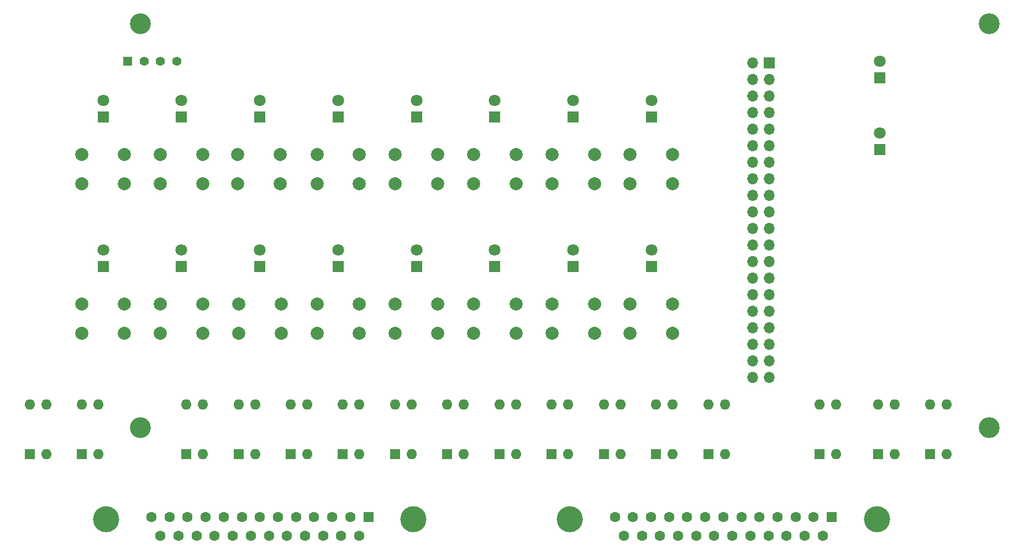
<source format=gbr>
G04 #@! TF.GenerationSoftware,KiCad,Pcbnew,(6.0.7)*
G04 #@! TF.CreationDate,2022-11-25T21:32:16+05:30*
G04 #@! TF.ProjectId,GPI-Tally-Interface-Board,4750492d-5461-46c6-9c79-2d496e746572,rev?*
G04 #@! TF.SameCoordinates,Original*
G04 #@! TF.FileFunction,Soldermask,Bot*
G04 #@! TF.FilePolarity,Negative*
%FSLAX46Y46*%
G04 Gerber Fmt 4.6, Leading zero omitted, Abs format (unit mm)*
G04 Created by KiCad (PCBNEW (6.0.7)) date 2022-11-25 21:32:16*
%MOMM*%
%LPD*%
G01*
G04 APERTURE LIST*
%ADD10C,2.000000*%
%ADD11R,1.600000X1.600000*%
%ADD12O,1.600000X1.600000*%
%ADD13C,4.000000*%
%ADD14C,1.600000*%
%ADD15R,1.800000X1.800000*%
%ADD16C,1.800000*%
%ADD17C,3.200000*%
%ADD18R,1.700000X1.700000*%
%ADD19O,1.700000X1.700000*%
%ADD20R,1.408000X1.408000*%
%ADD21C,1.408000*%
G04 APERTURE END LIST*
D10*
X133750000Y-98750000D03*
X140250000Y-98750000D03*
X133750000Y-103250000D03*
X140250000Y-103250000D03*
D11*
X203725000Y-121800000D03*
D12*
X206265000Y-121800000D03*
X206265000Y-114180000D03*
X203725000Y-114180000D03*
D11*
X73725000Y-121800000D03*
D12*
X76265000Y-121800000D03*
X76265000Y-114180000D03*
X73725000Y-114180000D03*
D11*
X65725000Y-121800000D03*
D12*
X68265000Y-121800000D03*
X68265000Y-114180000D03*
X65725000Y-114180000D03*
D13*
X124555000Y-131719669D03*
X77455000Y-131719669D03*
D11*
X117625000Y-131419669D03*
D14*
X114855000Y-131419669D03*
X112085000Y-131419669D03*
X109315000Y-131419669D03*
X106545000Y-131419669D03*
X103775000Y-131419669D03*
X101005000Y-131419669D03*
X98235000Y-131419669D03*
X95465000Y-131419669D03*
X92695000Y-131419669D03*
X89925000Y-131419669D03*
X87155000Y-131419669D03*
X84385000Y-131419669D03*
X116240000Y-134259669D03*
X113470000Y-134259669D03*
X110700000Y-134259669D03*
X107930000Y-134259669D03*
X105160000Y-134259669D03*
X102390000Y-134259669D03*
X99620000Y-134259669D03*
X96850000Y-134259669D03*
X94080000Y-134259669D03*
X91310000Y-134259669D03*
X88540000Y-134259669D03*
X85770000Y-134259669D03*
D11*
X137725000Y-121800000D03*
D12*
X140265000Y-121800000D03*
X140265000Y-114180000D03*
X137725000Y-114180000D03*
D10*
X121750000Y-98750000D03*
X128250000Y-98750000D03*
X128250000Y-103250000D03*
X121750000Y-103250000D03*
D15*
X161000000Y-93000000D03*
D16*
X161000000Y-90460000D03*
D10*
X157750000Y-98750000D03*
X164250000Y-98750000D03*
X164250000Y-103250000D03*
X157750000Y-103250000D03*
D15*
X101000000Y-70000000D03*
D16*
X101000000Y-67460000D03*
D11*
X89725000Y-121800000D03*
D12*
X92265000Y-121800000D03*
X92265000Y-114180000D03*
X89725000Y-114180000D03*
D15*
X113000000Y-93000000D03*
D16*
X113000000Y-90460000D03*
D10*
X116250000Y-98750000D03*
X109750000Y-98750000D03*
X109750000Y-103250000D03*
X116250000Y-103250000D03*
D15*
X196000000Y-75000000D03*
D16*
X196000000Y-72460000D03*
D15*
X113000000Y-70000000D03*
D16*
X113000000Y-67460000D03*
D10*
X145750000Y-98750000D03*
X152250000Y-98750000D03*
X145750000Y-103250000D03*
X152250000Y-103250000D03*
D17*
X82725000Y-55700000D03*
D15*
X125000000Y-93000000D03*
D16*
X125000000Y-90460000D03*
D10*
X97610000Y-75750000D03*
X104110000Y-75750000D03*
X104110000Y-80250000D03*
X97610000Y-80250000D03*
D11*
X153725000Y-121800000D03*
D12*
X156265000Y-121800000D03*
X156265000Y-114180000D03*
X153725000Y-114180000D03*
D11*
X121725000Y-121800000D03*
D12*
X124265000Y-121800000D03*
X124265000Y-114180000D03*
X121725000Y-114180000D03*
D10*
X92250000Y-98750000D03*
X85750000Y-98750000D03*
X92250000Y-103250000D03*
X85750000Y-103250000D03*
D15*
X89000000Y-93000000D03*
D16*
X89000000Y-90460000D03*
D15*
X137000000Y-93000000D03*
D16*
X137000000Y-90460000D03*
D17*
X212725000Y-117700000D03*
D11*
X105725000Y-121800000D03*
D12*
X108265000Y-121800000D03*
X108265000Y-114180000D03*
X105725000Y-114180000D03*
D10*
X109750000Y-75750000D03*
X116250000Y-75750000D03*
X116250000Y-80250000D03*
X109750000Y-80250000D03*
D15*
X196000000Y-64000000D03*
D16*
X196000000Y-61460000D03*
D17*
X82725000Y-117700000D03*
D11*
X186725000Y-121800000D03*
D12*
X189265000Y-121800000D03*
X189265000Y-114180000D03*
X186725000Y-114180000D03*
D15*
X77000000Y-70000000D03*
D16*
X77000000Y-67460000D03*
D17*
X212725000Y-55700000D03*
D10*
X140250000Y-75750000D03*
X133750000Y-75750000D03*
X133750000Y-80250000D03*
X140250000Y-80250000D03*
X157750000Y-75750000D03*
X164250000Y-75750000D03*
X157750000Y-80250000D03*
X164250000Y-80250000D03*
X85750000Y-75750000D03*
X92250000Y-75750000D03*
X92250000Y-80250000D03*
X85750000Y-80250000D03*
D11*
X169725000Y-121800000D03*
D12*
X172265000Y-121800000D03*
X172265000Y-114180000D03*
X169725000Y-114180000D03*
D15*
X137000000Y-70000000D03*
D16*
X137000000Y-67460000D03*
D10*
X152250000Y-75750000D03*
X145750000Y-75750000D03*
X152250000Y-80250000D03*
X145750000Y-80250000D03*
X73750000Y-75750000D03*
X80250000Y-75750000D03*
X73750000Y-80250000D03*
X80250000Y-80250000D03*
D11*
X161725000Y-121800000D03*
D12*
X164265000Y-121800000D03*
X164265000Y-114180000D03*
X161725000Y-114180000D03*
D15*
X77000000Y-93000000D03*
D16*
X77000000Y-90460000D03*
D15*
X89000000Y-70000000D03*
D16*
X89000000Y-67460000D03*
D10*
X104250000Y-98750000D03*
X97750000Y-98750000D03*
X104250000Y-103250000D03*
X97750000Y-103250000D03*
X80250000Y-98750000D03*
X73750000Y-98750000D03*
X73750000Y-103250000D03*
X80250000Y-103250000D03*
D11*
X113725000Y-121800000D03*
D12*
X116265000Y-121800000D03*
X116265000Y-114180000D03*
X113725000Y-114180000D03*
D11*
X129725000Y-121800000D03*
D12*
X132265000Y-121800000D03*
X132265000Y-114180000D03*
X129725000Y-114180000D03*
D15*
X161000000Y-70000000D03*
D16*
X161000000Y-67460000D03*
D15*
X149000000Y-93000000D03*
D16*
X149000000Y-90460000D03*
D15*
X101000000Y-93000000D03*
D16*
X101000000Y-90460000D03*
D11*
X195725000Y-121800000D03*
D12*
X198265000Y-121800000D03*
X198265000Y-114180000D03*
X195725000Y-114180000D03*
D10*
X128250000Y-75750000D03*
X121750000Y-75750000D03*
X121750000Y-80250000D03*
X128250000Y-80250000D03*
D11*
X97725000Y-121800000D03*
D12*
X100265000Y-121800000D03*
X100265000Y-114180000D03*
X97725000Y-114180000D03*
D11*
X145725000Y-121800000D03*
D12*
X148265000Y-121800000D03*
X148265000Y-114180000D03*
X145725000Y-114180000D03*
D15*
X125000000Y-70000000D03*
D16*
X125000000Y-67460000D03*
D15*
X149000000Y-70000000D03*
D16*
X149000000Y-67460000D03*
D13*
X148455000Y-131719669D03*
X195555000Y-131719669D03*
D11*
X188625000Y-131419669D03*
D14*
X185855000Y-131419669D03*
X183085000Y-131419669D03*
X180315000Y-131419669D03*
X177545000Y-131419669D03*
X174775000Y-131419669D03*
X172005000Y-131419669D03*
X169235000Y-131419669D03*
X166465000Y-131419669D03*
X163695000Y-131419669D03*
X160925000Y-131419669D03*
X158155000Y-131419669D03*
X155385000Y-131419669D03*
X187240000Y-134259669D03*
X184470000Y-134259669D03*
X181700000Y-134259669D03*
X178930000Y-134259669D03*
X176160000Y-134259669D03*
X173390000Y-134259669D03*
X170620000Y-134259669D03*
X167850000Y-134259669D03*
X165080000Y-134259669D03*
X162310000Y-134259669D03*
X159540000Y-134259669D03*
X156770000Y-134259669D03*
D18*
X179025000Y-61700000D03*
D19*
X176485000Y-61700000D03*
X179025000Y-64240000D03*
X176485000Y-64240000D03*
X179025000Y-66780000D03*
X176485000Y-66780000D03*
X179025000Y-69320000D03*
X176485000Y-69320000D03*
X179025000Y-71860000D03*
X176485000Y-71860000D03*
X179025000Y-74400000D03*
X176485000Y-74400000D03*
X179025000Y-76940000D03*
X176485000Y-76940000D03*
X179025000Y-79480000D03*
X176485000Y-79480000D03*
X179025000Y-82020000D03*
X176485000Y-82020000D03*
X179025000Y-84560000D03*
X176485000Y-84560000D03*
X179025000Y-87100000D03*
X176485000Y-87100000D03*
X179025000Y-89640000D03*
X176485000Y-89640000D03*
X179025000Y-92180000D03*
X176485000Y-92180000D03*
X179025000Y-94720000D03*
X176485000Y-94720000D03*
X179025000Y-97260000D03*
X176485000Y-97260000D03*
X179025000Y-99800000D03*
X176485000Y-99800000D03*
X179025000Y-102340000D03*
X176485000Y-102340000D03*
X179025000Y-104880000D03*
X176485000Y-104880000D03*
X179025000Y-107420000D03*
X176485000Y-107420000D03*
X179025000Y-109960000D03*
X176485000Y-109960000D03*
D20*
X80775000Y-61450000D03*
D21*
X83275000Y-61450000D03*
X85775000Y-61450000D03*
X88275000Y-61450000D03*
M02*

</source>
